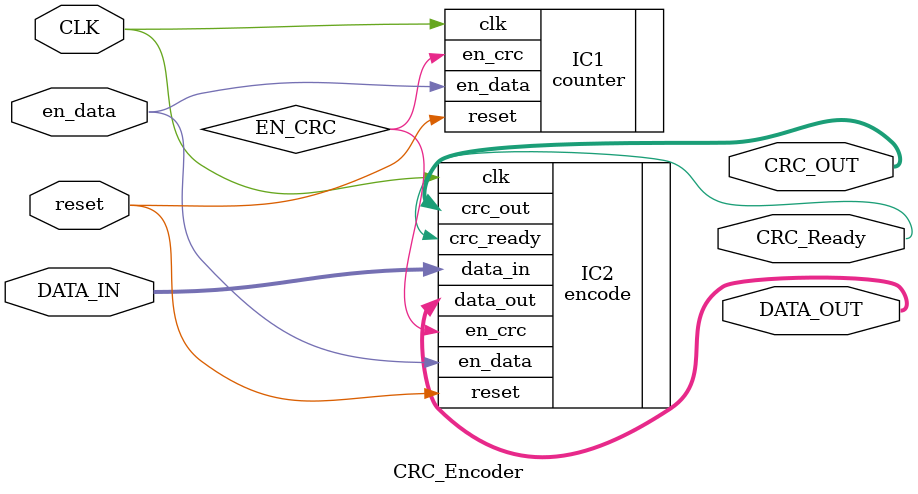
<source format=v>
`timescale 1ns / 1ps

module CRC_Encoder(
    input CLK,
    input reset,
    input en_data,
    input [15:0] DATA_IN,
    output [22:0] DATA_OUT,
    output [6:0] CRC_OUT,
    output CRC_Ready
    );
	 wire EN_CRC;
	 counter IC1(.clk(CLK),.reset(reset),.en_data(en_data),.en_crc(EN_CRC));
	 encode IC2(.clk(CLK),.reset(reset),.data_in(DATA_IN),.en_data(en_data),.en_crc(EN_CRC),.data_out(DATA_OUT),.crc_out(CRC_OUT),.crc_ready(CRC_Ready));
endmodule
	 
</source>
